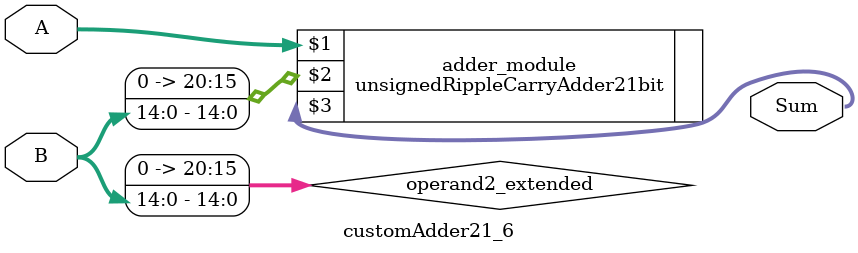
<source format=v>

module customAdder21_6(
                    input [20 : 0] A,
                    input [14 : 0] B,
                    
                    output [21 : 0] Sum
            );

    wire [20 : 0] operand2_extended;
    
    assign operand2_extended =  {6'b0, B};
    
    unsignedRippleCarryAdder21bit adder_module(
        A,
        operand2_extended,
        Sum
    );
    
endmodule
        
</source>
